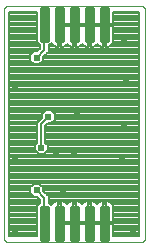
<source format=gbl>
G75*
%MOIN*%
%OFA0B0*%
%FSLAX25Y25*%
%IPPOS*%
%LPD*%
%AMOC8*
5,1,8,0,0,1.08239X$1,22.5*
%
%ADD10C,0.00000*%
%ADD11C,0.01575*%
%ADD12C,0.00787*%
%ADD13C,0.02381*%
D10*
X0002969Y0014780D02*
X0047063Y0014780D01*
X0047063Y0014779D02*
X0047140Y0014781D01*
X0047217Y0014787D01*
X0047294Y0014796D01*
X0047370Y0014809D01*
X0047446Y0014826D01*
X0047520Y0014847D01*
X0047594Y0014871D01*
X0047666Y0014899D01*
X0047736Y0014930D01*
X0047805Y0014965D01*
X0047873Y0015003D01*
X0047938Y0015044D01*
X0048001Y0015089D01*
X0048062Y0015137D01*
X0048121Y0015187D01*
X0048177Y0015240D01*
X0048230Y0015296D01*
X0048280Y0015355D01*
X0048328Y0015416D01*
X0048373Y0015479D01*
X0048414Y0015544D01*
X0048452Y0015612D01*
X0048487Y0015681D01*
X0048518Y0015751D01*
X0048546Y0015823D01*
X0048570Y0015897D01*
X0048591Y0015971D01*
X0048608Y0016047D01*
X0048621Y0016123D01*
X0048630Y0016200D01*
X0048636Y0016277D01*
X0048638Y0016354D01*
X0048638Y0091945D01*
X0048636Y0092022D01*
X0048630Y0092099D01*
X0048621Y0092176D01*
X0048608Y0092252D01*
X0048591Y0092328D01*
X0048570Y0092402D01*
X0048546Y0092476D01*
X0048518Y0092548D01*
X0048487Y0092618D01*
X0048452Y0092687D01*
X0048414Y0092755D01*
X0048373Y0092820D01*
X0048328Y0092883D01*
X0048280Y0092944D01*
X0048230Y0093003D01*
X0048177Y0093059D01*
X0048121Y0093112D01*
X0048062Y0093162D01*
X0048001Y0093210D01*
X0047938Y0093255D01*
X0047873Y0093296D01*
X0047805Y0093334D01*
X0047736Y0093369D01*
X0047666Y0093400D01*
X0047594Y0093428D01*
X0047520Y0093452D01*
X0047446Y0093473D01*
X0047370Y0093490D01*
X0047294Y0093503D01*
X0047217Y0093512D01*
X0047140Y0093518D01*
X0047063Y0093520D01*
X0002969Y0093520D01*
X0002892Y0093518D01*
X0002815Y0093512D01*
X0002738Y0093503D01*
X0002662Y0093490D01*
X0002586Y0093473D01*
X0002512Y0093452D01*
X0002438Y0093428D01*
X0002366Y0093400D01*
X0002296Y0093369D01*
X0002227Y0093334D01*
X0002159Y0093296D01*
X0002094Y0093255D01*
X0002031Y0093210D01*
X0001970Y0093162D01*
X0001911Y0093112D01*
X0001855Y0093059D01*
X0001802Y0093003D01*
X0001752Y0092944D01*
X0001704Y0092883D01*
X0001659Y0092820D01*
X0001618Y0092755D01*
X0001580Y0092687D01*
X0001545Y0092618D01*
X0001514Y0092548D01*
X0001486Y0092476D01*
X0001462Y0092402D01*
X0001441Y0092328D01*
X0001424Y0092252D01*
X0001411Y0092176D01*
X0001402Y0092099D01*
X0001396Y0092022D01*
X0001394Y0091945D01*
X0001394Y0016354D01*
X0001396Y0016277D01*
X0001402Y0016200D01*
X0001411Y0016123D01*
X0001424Y0016047D01*
X0001441Y0015971D01*
X0001462Y0015897D01*
X0001486Y0015823D01*
X0001514Y0015751D01*
X0001545Y0015681D01*
X0001580Y0015612D01*
X0001618Y0015544D01*
X0001659Y0015479D01*
X0001704Y0015416D01*
X0001752Y0015355D01*
X0001802Y0015296D01*
X0001855Y0015240D01*
X0001911Y0015187D01*
X0001970Y0015137D01*
X0002031Y0015089D01*
X0002094Y0015044D01*
X0002159Y0015003D01*
X0002227Y0014965D01*
X0002296Y0014930D01*
X0002366Y0014899D01*
X0002438Y0014871D01*
X0002512Y0014847D01*
X0002586Y0014826D01*
X0002662Y0014809D01*
X0002738Y0014796D01*
X0002815Y0014787D01*
X0002892Y0014781D01*
X0002969Y0014779D01*
D11*
X0014228Y0026197D02*
X0015804Y0026197D01*
X0015804Y0015961D01*
X0014228Y0015961D01*
X0014228Y0026197D01*
X0014228Y0017535D02*
X0015804Y0017535D01*
X0015804Y0019109D02*
X0014228Y0019109D01*
X0014228Y0020683D02*
X0015804Y0020683D01*
X0015804Y0022257D02*
X0014228Y0022257D01*
X0014228Y0023831D02*
X0015804Y0023831D01*
X0015804Y0025405D02*
X0014228Y0025405D01*
X0019228Y0026197D02*
X0020804Y0026197D01*
X0020804Y0015961D01*
X0019228Y0015961D01*
X0019228Y0026197D01*
X0019228Y0017535D02*
X0020804Y0017535D01*
X0020804Y0019109D02*
X0019228Y0019109D01*
X0019228Y0020683D02*
X0020804Y0020683D01*
X0020804Y0022257D02*
X0019228Y0022257D01*
X0019228Y0023831D02*
X0020804Y0023831D01*
X0020804Y0025405D02*
X0019228Y0025405D01*
X0024228Y0026197D02*
X0025804Y0026197D01*
X0025804Y0015961D01*
X0024228Y0015961D01*
X0024228Y0026197D01*
X0024228Y0017535D02*
X0025804Y0017535D01*
X0025804Y0019109D02*
X0024228Y0019109D01*
X0024228Y0020683D02*
X0025804Y0020683D01*
X0025804Y0022257D02*
X0024228Y0022257D01*
X0024228Y0023831D02*
X0025804Y0023831D01*
X0025804Y0025405D02*
X0024228Y0025405D01*
X0029228Y0026197D02*
X0030804Y0026197D01*
X0030804Y0015961D01*
X0029228Y0015961D01*
X0029228Y0026197D01*
X0029228Y0017535D02*
X0030804Y0017535D01*
X0030804Y0019109D02*
X0029228Y0019109D01*
X0029228Y0020683D02*
X0030804Y0020683D01*
X0030804Y0022257D02*
X0029228Y0022257D01*
X0029228Y0023831D02*
X0030804Y0023831D01*
X0030804Y0025405D02*
X0029228Y0025405D01*
X0034228Y0026197D02*
X0035804Y0026197D01*
X0035804Y0015961D01*
X0034228Y0015961D01*
X0034228Y0026197D01*
X0034228Y0017535D02*
X0035804Y0017535D01*
X0035804Y0019109D02*
X0034228Y0019109D01*
X0034228Y0020683D02*
X0035804Y0020683D01*
X0035804Y0022257D02*
X0034228Y0022257D01*
X0034228Y0023831D02*
X0035804Y0023831D01*
X0035804Y0025405D02*
X0034228Y0025405D01*
X0034228Y0092338D02*
X0035804Y0092338D01*
X0035804Y0082102D01*
X0034228Y0082102D01*
X0034228Y0092338D01*
X0034228Y0083676D02*
X0035804Y0083676D01*
X0035804Y0085250D02*
X0034228Y0085250D01*
X0034228Y0086824D02*
X0035804Y0086824D01*
X0035804Y0088398D02*
X0034228Y0088398D01*
X0034228Y0089972D02*
X0035804Y0089972D01*
X0035804Y0091546D02*
X0034228Y0091546D01*
X0030804Y0092338D02*
X0029228Y0092338D01*
X0030804Y0092338D02*
X0030804Y0082102D01*
X0029228Y0082102D01*
X0029228Y0092338D01*
X0029228Y0083676D02*
X0030804Y0083676D01*
X0030804Y0085250D02*
X0029228Y0085250D01*
X0029228Y0086824D02*
X0030804Y0086824D01*
X0030804Y0088398D02*
X0029228Y0088398D01*
X0029228Y0089972D02*
X0030804Y0089972D01*
X0030804Y0091546D02*
X0029228Y0091546D01*
X0025804Y0092338D02*
X0024228Y0092338D01*
X0025804Y0092338D02*
X0025804Y0082102D01*
X0024228Y0082102D01*
X0024228Y0092338D01*
X0024228Y0083676D02*
X0025804Y0083676D01*
X0025804Y0085250D02*
X0024228Y0085250D01*
X0024228Y0086824D02*
X0025804Y0086824D01*
X0025804Y0088398D02*
X0024228Y0088398D01*
X0024228Y0089972D02*
X0025804Y0089972D01*
X0025804Y0091546D02*
X0024228Y0091546D01*
X0020804Y0092338D02*
X0019228Y0092338D01*
X0020804Y0092338D02*
X0020804Y0082102D01*
X0019228Y0082102D01*
X0019228Y0092338D01*
X0019228Y0083676D02*
X0020804Y0083676D01*
X0020804Y0085250D02*
X0019228Y0085250D01*
X0019228Y0086824D02*
X0020804Y0086824D01*
X0020804Y0088398D02*
X0019228Y0088398D01*
X0019228Y0089972D02*
X0020804Y0089972D01*
X0020804Y0091546D02*
X0019228Y0091546D01*
X0015804Y0092338D02*
X0014228Y0092338D01*
X0015804Y0092338D02*
X0015804Y0082102D01*
X0014228Y0082102D01*
X0014228Y0092338D01*
X0014228Y0083676D02*
X0015804Y0083676D01*
X0015804Y0085250D02*
X0014228Y0085250D01*
X0014228Y0086824D02*
X0015804Y0086824D01*
X0015804Y0088398D02*
X0014228Y0088398D01*
X0014228Y0089972D02*
X0015804Y0089972D01*
X0015804Y0091546D02*
X0014228Y0091546D01*
D12*
X0015016Y0087220D02*
X0015016Y0078795D01*
X0012417Y0076197D01*
X0011030Y0074509D02*
X0003362Y0074509D01*
X0003362Y0075295D02*
X0010244Y0075295D01*
X0010243Y0075296D02*
X0011516Y0074022D01*
X0013318Y0074022D01*
X0014592Y0075296D01*
X0014592Y0076423D01*
X0015587Y0077417D01*
X0016394Y0078224D01*
X0016394Y0080331D01*
X0016537Y0080331D01*
X0017295Y0081089D01*
X0017483Y0080763D01*
X0017889Y0080357D01*
X0018386Y0080070D01*
X0018941Y0079921D01*
X0019622Y0079921D01*
X0019622Y0086827D01*
X0020409Y0086827D01*
X0020409Y0079921D01*
X0021090Y0079921D01*
X0021645Y0080070D01*
X0022142Y0080357D01*
X0022516Y0080730D01*
X0022889Y0080357D01*
X0023386Y0080070D01*
X0023941Y0079921D01*
X0024622Y0079921D01*
X0024622Y0086827D01*
X0022984Y0086827D01*
X0020409Y0086827D01*
X0020409Y0087614D01*
X0024622Y0087614D01*
X0024622Y0086827D01*
X0025409Y0086827D01*
X0025409Y0079921D01*
X0026090Y0079921D01*
X0026645Y0080070D01*
X0027142Y0080357D01*
X0027516Y0080730D01*
X0027889Y0080357D01*
X0028386Y0080070D01*
X0028941Y0079921D01*
X0029622Y0079921D01*
X0029622Y0086827D01*
X0027984Y0086827D01*
X0025409Y0086827D01*
X0025409Y0087614D01*
X0029622Y0087614D01*
X0029622Y0086827D01*
X0030409Y0086827D01*
X0030409Y0079921D01*
X0031090Y0079921D01*
X0031645Y0080070D01*
X0032142Y0080357D01*
X0032516Y0080730D01*
X0032889Y0080357D01*
X0033386Y0080070D01*
X0033941Y0079921D01*
X0034622Y0079921D01*
X0034622Y0086827D01*
X0032047Y0086827D01*
X0030409Y0086827D01*
X0030409Y0087614D01*
X0034622Y0087614D01*
X0034622Y0086827D01*
X0035409Y0086827D01*
X0035409Y0079921D01*
X0036090Y0079921D01*
X0036645Y0080070D01*
X0037142Y0080357D01*
X0037548Y0080763D01*
X0037836Y0081260D01*
X0037984Y0081815D01*
X0037984Y0086827D01*
X0035409Y0086827D01*
X0035409Y0087614D01*
X0037984Y0087614D01*
X0037984Y0091551D01*
X0046669Y0091551D01*
X0046669Y0016748D01*
X0037984Y0016748D01*
X0037984Y0020685D01*
X0035409Y0020685D01*
X0035409Y0021472D01*
X0034622Y0021472D01*
X0034622Y0020685D01*
X0032047Y0020685D01*
X0030409Y0020685D01*
X0030409Y0021472D01*
X0034622Y0021472D01*
X0034622Y0028378D01*
X0033941Y0028378D01*
X0033386Y0028229D01*
X0032889Y0027942D01*
X0032516Y0027569D01*
X0032142Y0027942D01*
X0031645Y0028229D01*
X0031090Y0028378D01*
X0030409Y0028378D01*
X0030409Y0021472D01*
X0029622Y0021472D01*
X0029622Y0020685D01*
X0027047Y0020685D01*
X0025409Y0020685D01*
X0025409Y0021472D01*
X0029622Y0021472D01*
X0029622Y0028378D01*
X0028941Y0028378D01*
X0028386Y0028229D01*
X0027889Y0027942D01*
X0027516Y0027569D01*
X0027142Y0027942D01*
X0026645Y0028229D01*
X0026090Y0028378D01*
X0025409Y0028378D01*
X0025409Y0021472D01*
X0024622Y0021472D01*
X0024622Y0020685D01*
X0022047Y0020685D01*
X0020409Y0020685D01*
X0020409Y0021472D01*
X0024622Y0021472D01*
X0024622Y0028378D01*
X0023941Y0028378D01*
X0023386Y0028229D01*
X0022889Y0027942D01*
X0022516Y0027569D01*
X0022142Y0027942D01*
X0021645Y0028229D01*
X0021090Y0028378D01*
X0020409Y0028378D01*
X0020409Y0021472D01*
X0019622Y0021472D01*
X0019622Y0028378D01*
X0018941Y0028378D01*
X0018386Y0028229D01*
X0017889Y0027942D01*
X0017483Y0027536D01*
X0017295Y0027210D01*
X0016537Y0027968D01*
X0016394Y0027968D01*
X0016394Y0030075D01*
X0014592Y0031876D01*
X0014592Y0033003D01*
X0013318Y0034277D01*
X0011516Y0034277D01*
X0010243Y0033003D01*
X0010243Y0031202D01*
X0011516Y0029928D01*
X0012643Y0029928D01*
X0013638Y0028933D01*
X0013638Y0027968D01*
X0013495Y0027968D01*
X0012457Y0026931D01*
X0012457Y0016748D01*
X0003362Y0016748D01*
X0003362Y0091551D01*
X0012457Y0091551D01*
X0012457Y0081369D01*
X0013495Y0080331D01*
X0013638Y0080331D01*
X0013638Y0079366D01*
X0012643Y0078372D01*
X0011516Y0078372D01*
X0010243Y0077098D01*
X0010243Y0075296D01*
X0010243Y0076081D02*
X0003362Y0076081D01*
X0003362Y0076867D02*
X0010243Y0076867D01*
X0010797Y0077653D02*
X0003362Y0077653D01*
X0003362Y0078438D02*
X0012710Y0078438D01*
X0013496Y0079224D02*
X0003362Y0079224D01*
X0003362Y0080010D02*
X0013638Y0080010D01*
X0013029Y0080796D02*
X0003362Y0080796D01*
X0003362Y0081582D02*
X0012457Y0081582D01*
X0012457Y0082368D02*
X0003362Y0082368D01*
X0003362Y0083154D02*
X0012457Y0083154D01*
X0012457Y0083940D02*
X0003362Y0083940D01*
X0003362Y0084726D02*
X0012457Y0084726D01*
X0012457Y0085512D02*
X0003362Y0085512D01*
X0003362Y0086298D02*
X0012457Y0086298D01*
X0012457Y0087084D02*
X0003362Y0087084D01*
X0003362Y0087869D02*
X0012457Y0087869D01*
X0012457Y0088655D02*
X0003362Y0088655D01*
X0003362Y0089441D02*
X0012457Y0089441D01*
X0012457Y0090227D02*
X0003362Y0090227D01*
X0003362Y0091013D02*
X0012457Y0091013D01*
X0017002Y0080796D02*
X0017464Y0080796D01*
X0016394Y0080010D02*
X0018609Y0080010D01*
X0019622Y0080010D02*
X0020409Y0080010D01*
X0020409Y0080796D02*
X0019622Y0080796D01*
X0019622Y0081582D02*
X0020409Y0081582D01*
X0020409Y0082368D02*
X0019622Y0082368D01*
X0019622Y0083154D02*
X0020409Y0083154D01*
X0020409Y0083940D02*
X0019622Y0083940D01*
X0019622Y0084726D02*
X0020409Y0084726D01*
X0020409Y0085512D02*
X0019622Y0085512D01*
X0019622Y0086298D02*
X0020409Y0086298D01*
X0020409Y0087084D02*
X0024622Y0087084D01*
X0024622Y0086298D02*
X0025409Y0086298D01*
X0025409Y0087084D02*
X0029622Y0087084D01*
X0029622Y0086298D02*
X0030409Y0086298D01*
X0030409Y0087084D02*
X0034622Y0087084D01*
X0034622Y0086298D02*
X0035409Y0086298D01*
X0035409Y0087084D02*
X0046669Y0087084D01*
X0046669Y0087869D02*
X0037984Y0087869D01*
X0037984Y0088655D02*
X0046669Y0088655D01*
X0046669Y0089441D02*
X0037984Y0089441D01*
X0037984Y0090227D02*
X0046669Y0090227D01*
X0046669Y0091013D02*
X0037984Y0091013D01*
X0037984Y0086298D02*
X0046669Y0086298D01*
X0046669Y0085512D02*
X0037984Y0085512D01*
X0037984Y0084726D02*
X0046669Y0084726D01*
X0046669Y0083940D02*
X0037984Y0083940D01*
X0037984Y0083154D02*
X0046669Y0083154D01*
X0046669Y0082368D02*
X0037984Y0082368D01*
X0037922Y0081582D02*
X0046669Y0081582D01*
X0046669Y0080796D02*
X0037568Y0080796D01*
X0036423Y0080010D02*
X0046669Y0080010D01*
X0046669Y0079224D02*
X0016394Y0079224D01*
X0016394Y0078438D02*
X0046669Y0078438D01*
X0046669Y0077653D02*
X0015822Y0077653D01*
X0015036Y0076867D02*
X0046669Y0076867D01*
X0046669Y0076081D02*
X0014592Y0076081D01*
X0014591Y0075295D02*
X0046669Y0075295D01*
X0046669Y0074509D02*
X0013805Y0074509D01*
X0015453Y0058687D02*
X0014180Y0057413D01*
X0014180Y0056286D01*
X0013421Y0055528D01*
X0012614Y0054720D01*
X0012614Y0047973D01*
X0011817Y0047176D01*
X0011817Y0045375D01*
X0013091Y0044101D01*
X0014893Y0044101D01*
X0016167Y0045375D01*
X0016167Y0047176D01*
X0015370Y0047973D01*
X0015370Y0053579D01*
X0016128Y0054337D01*
X0017255Y0054337D01*
X0018529Y0055611D01*
X0018529Y0057413D01*
X0017255Y0058687D01*
X0015453Y0058687D01*
X0014772Y0058005D02*
X0003362Y0058005D01*
X0003362Y0058791D02*
X0046669Y0058791D01*
X0046669Y0059577D02*
X0003362Y0059577D01*
X0003362Y0060362D02*
X0046669Y0060362D01*
X0046669Y0061148D02*
X0003362Y0061148D01*
X0003362Y0061934D02*
X0046669Y0061934D01*
X0046669Y0062720D02*
X0003362Y0062720D01*
X0003362Y0063506D02*
X0046669Y0063506D01*
X0046669Y0064292D02*
X0003362Y0064292D01*
X0003362Y0065078D02*
X0046669Y0065078D01*
X0046669Y0065864D02*
X0003362Y0065864D01*
X0003362Y0066650D02*
X0046669Y0066650D01*
X0046669Y0067436D02*
X0003362Y0067436D01*
X0003362Y0068222D02*
X0046669Y0068222D01*
X0046669Y0069008D02*
X0003362Y0069008D01*
X0003362Y0069793D02*
X0046669Y0069793D01*
X0046669Y0070579D02*
X0003362Y0070579D01*
X0003362Y0071365D02*
X0046669Y0071365D01*
X0046669Y0072151D02*
X0003362Y0072151D01*
X0003362Y0072937D02*
X0046669Y0072937D01*
X0046669Y0073723D02*
X0003362Y0073723D01*
X0003362Y0057219D02*
X0014180Y0057219D01*
X0014180Y0056433D02*
X0003362Y0056433D01*
X0003362Y0055647D02*
X0013541Y0055647D01*
X0013421Y0055528D02*
X0013421Y0055528D01*
X0012755Y0054861D02*
X0003362Y0054861D01*
X0003362Y0054075D02*
X0012614Y0054075D01*
X0012614Y0053289D02*
X0003362Y0053289D01*
X0003362Y0052503D02*
X0012614Y0052503D01*
X0012614Y0051717D02*
X0003362Y0051717D01*
X0003362Y0050932D02*
X0012614Y0050932D01*
X0012614Y0050146D02*
X0003362Y0050146D01*
X0003362Y0049360D02*
X0012614Y0049360D01*
X0012614Y0048574D02*
X0003362Y0048574D01*
X0003362Y0047788D02*
X0012429Y0047788D01*
X0011817Y0047002D02*
X0003362Y0047002D01*
X0003362Y0046216D02*
X0011817Y0046216D01*
X0011817Y0045430D02*
X0003362Y0045430D01*
X0003362Y0044644D02*
X0012548Y0044644D01*
X0013992Y0046276D02*
X0013992Y0054150D01*
X0016354Y0056512D01*
X0015866Y0054075D02*
X0046669Y0054075D01*
X0046669Y0053289D02*
X0015370Y0053289D01*
X0015370Y0052503D02*
X0046669Y0052503D01*
X0046669Y0051717D02*
X0015370Y0051717D01*
X0015370Y0050932D02*
X0046669Y0050932D01*
X0046669Y0050146D02*
X0015370Y0050146D01*
X0015370Y0049360D02*
X0046669Y0049360D01*
X0046669Y0048574D02*
X0015370Y0048574D01*
X0015555Y0047788D02*
X0046669Y0047788D01*
X0046669Y0047002D02*
X0016167Y0047002D01*
X0016167Y0046216D02*
X0046669Y0046216D01*
X0046669Y0045430D02*
X0016167Y0045430D01*
X0015436Y0044644D02*
X0046669Y0044644D01*
X0046669Y0043858D02*
X0003362Y0043858D01*
X0003362Y0043072D02*
X0046669Y0043072D01*
X0046669Y0042286D02*
X0003362Y0042286D01*
X0003362Y0041501D02*
X0046669Y0041501D01*
X0046669Y0040715D02*
X0003362Y0040715D01*
X0003362Y0039929D02*
X0046669Y0039929D01*
X0046669Y0039143D02*
X0003362Y0039143D01*
X0003362Y0038357D02*
X0046669Y0038357D01*
X0046669Y0037571D02*
X0003362Y0037571D01*
X0003362Y0036785D02*
X0046669Y0036785D01*
X0046669Y0035999D02*
X0003362Y0035999D01*
X0003362Y0035213D02*
X0046669Y0035213D01*
X0046669Y0034427D02*
X0003362Y0034427D01*
X0003362Y0033641D02*
X0010881Y0033641D01*
X0010243Y0032856D02*
X0003362Y0032856D01*
X0003362Y0032070D02*
X0010243Y0032070D01*
X0010243Y0031284D02*
X0003362Y0031284D01*
X0003362Y0030498D02*
X0010946Y0030498D01*
X0012417Y0032102D02*
X0015016Y0029504D01*
X0015016Y0021079D01*
X0017151Y0027354D02*
X0017378Y0027354D01*
X0018232Y0028140D02*
X0016394Y0028140D01*
X0016394Y0028926D02*
X0046669Y0028926D01*
X0046669Y0029712D02*
X0016394Y0029712D01*
X0015971Y0030498D02*
X0046669Y0030498D01*
X0046669Y0031284D02*
X0015185Y0031284D01*
X0014592Y0032070D02*
X0046669Y0032070D01*
X0046669Y0032856D02*
X0014592Y0032856D01*
X0013954Y0033641D02*
X0046669Y0033641D01*
X0046669Y0028140D02*
X0036800Y0028140D01*
X0036645Y0028229D02*
X0036090Y0028378D01*
X0035409Y0028378D01*
X0035409Y0021472D01*
X0037984Y0021472D01*
X0037984Y0026484D01*
X0037836Y0027039D01*
X0037548Y0027536D01*
X0037142Y0027942D01*
X0036645Y0028229D01*
X0037654Y0027354D02*
X0046669Y0027354D01*
X0046669Y0026568D02*
X0037962Y0026568D01*
X0037984Y0025782D02*
X0046669Y0025782D01*
X0046669Y0024996D02*
X0037984Y0024996D01*
X0037984Y0024210D02*
X0046669Y0024210D01*
X0046669Y0023425D02*
X0037984Y0023425D01*
X0037984Y0022639D02*
X0046669Y0022639D01*
X0046669Y0021853D02*
X0037984Y0021853D01*
X0037984Y0020281D02*
X0046669Y0020281D01*
X0046669Y0021067D02*
X0035409Y0021067D01*
X0035409Y0021853D02*
X0034622Y0021853D01*
X0034622Y0022639D02*
X0035409Y0022639D01*
X0035409Y0023425D02*
X0034622Y0023425D01*
X0034622Y0024210D02*
X0035409Y0024210D01*
X0035409Y0024996D02*
X0034622Y0024996D01*
X0034622Y0025782D02*
X0035409Y0025782D01*
X0035409Y0026568D02*
X0034622Y0026568D01*
X0034622Y0027354D02*
X0035409Y0027354D01*
X0035409Y0028140D02*
X0034622Y0028140D01*
X0033232Y0028140D02*
X0031800Y0028140D01*
X0030409Y0028140D02*
X0029622Y0028140D01*
X0029622Y0027354D02*
X0030409Y0027354D01*
X0030409Y0026568D02*
X0029622Y0026568D01*
X0029622Y0025782D02*
X0030409Y0025782D01*
X0030409Y0024996D02*
X0029622Y0024996D01*
X0029622Y0024210D02*
X0030409Y0024210D01*
X0030409Y0023425D02*
X0029622Y0023425D01*
X0029622Y0022639D02*
X0030409Y0022639D01*
X0030409Y0021853D02*
X0029622Y0021853D01*
X0029622Y0021067D02*
X0025409Y0021067D01*
X0025409Y0021853D02*
X0024622Y0021853D01*
X0024622Y0022639D02*
X0025409Y0022639D01*
X0025409Y0023425D02*
X0024622Y0023425D01*
X0024622Y0024210D02*
X0025409Y0024210D01*
X0025409Y0024996D02*
X0024622Y0024996D01*
X0024622Y0025782D02*
X0025409Y0025782D01*
X0025409Y0026568D02*
X0024622Y0026568D01*
X0024622Y0027354D02*
X0025409Y0027354D01*
X0025409Y0028140D02*
X0024622Y0028140D01*
X0023232Y0028140D02*
X0021800Y0028140D01*
X0020409Y0028140D02*
X0019622Y0028140D01*
X0019622Y0027354D02*
X0020409Y0027354D01*
X0020409Y0026568D02*
X0019622Y0026568D01*
X0019622Y0025782D02*
X0020409Y0025782D01*
X0020409Y0024996D02*
X0019622Y0024996D01*
X0019622Y0024210D02*
X0020409Y0024210D01*
X0020409Y0023425D02*
X0019622Y0023425D01*
X0019622Y0022639D02*
X0020409Y0022639D01*
X0020409Y0021853D02*
X0019622Y0021853D01*
X0020409Y0021067D02*
X0024622Y0021067D01*
X0026800Y0028140D02*
X0028232Y0028140D01*
X0030409Y0021067D02*
X0034622Y0021067D01*
X0037984Y0019495D02*
X0046669Y0019495D01*
X0046669Y0018709D02*
X0037984Y0018709D01*
X0037984Y0017923D02*
X0046669Y0017923D01*
X0046669Y0017137D02*
X0037984Y0017137D01*
X0046669Y0054861D02*
X0017779Y0054861D01*
X0018529Y0055647D02*
X0046669Y0055647D01*
X0046669Y0056433D02*
X0018529Y0056433D01*
X0018529Y0057219D02*
X0046669Y0057219D01*
X0046669Y0058005D02*
X0017937Y0058005D01*
X0021423Y0080010D02*
X0023609Y0080010D01*
X0024622Y0080010D02*
X0025409Y0080010D01*
X0025409Y0080796D02*
X0024622Y0080796D01*
X0024622Y0081582D02*
X0025409Y0081582D01*
X0025409Y0082368D02*
X0024622Y0082368D01*
X0024622Y0083154D02*
X0025409Y0083154D01*
X0025409Y0083940D02*
X0024622Y0083940D01*
X0024622Y0084726D02*
X0025409Y0084726D01*
X0025409Y0085512D02*
X0024622Y0085512D01*
X0026423Y0080010D02*
X0028609Y0080010D01*
X0029622Y0080010D02*
X0030409Y0080010D01*
X0030409Y0080796D02*
X0029622Y0080796D01*
X0029622Y0081582D02*
X0030409Y0081582D01*
X0030409Y0082368D02*
X0029622Y0082368D01*
X0029622Y0083154D02*
X0030409Y0083154D01*
X0030409Y0083940D02*
X0029622Y0083940D01*
X0029622Y0084726D02*
X0030409Y0084726D01*
X0030409Y0085512D02*
X0029622Y0085512D01*
X0031423Y0080010D02*
X0033609Y0080010D01*
X0034622Y0080010D02*
X0035409Y0080010D01*
X0035409Y0080796D02*
X0034622Y0080796D01*
X0034622Y0081582D02*
X0035409Y0081582D01*
X0035409Y0082368D02*
X0034622Y0082368D01*
X0034622Y0083154D02*
X0035409Y0083154D01*
X0035409Y0083940D02*
X0034622Y0083940D01*
X0034622Y0084726D02*
X0035409Y0084726D01*
X0035409Y0085512D02*
X0034622Y0085512D01*
X0012859Y0029712D02*
X0003362Y0029712D01*
X0003362Y0028926D02*
X0013638Y0028926D01*
X0013638Y0028140D02*
X0003362Y0028140D01*
X0003362Y0027354D02*
X0012880Y0027354D01*
X0012457Y0026568D02*
X0003362Y0026568D01*
X0003362Y0025782D02*
X0012457Y0025782D01*
X0012457Y0024996D02*
X0003362Y0024996D01*
X0003362Y0024210D02*
X0012457Y0024210D01*
X0012457Y0023425D02*
X0003362Y0023425D01*
X0003362Y0022639D02*
X0012457Y0022639D01*
X0012457Y0021853D02*
X0003362Y0021853D01*
X0003362Y0021067D02*
X0012457Y0021067D01*
X0012457Y0020281D02*
X0003362Y0020281D01*
X0003362Y0019495D02*
X0012457Y0019495D01*
X0012457Y0018709D02*
X0003362Y0018709D01*
X0003362Y0017923D02*
X0012457Y0017923D01*
X0012457Y0017137D02*
X0003362Y0017137D01*
D13*
X0005331Y0018717D03*
X0012417Y0032102D03*
X0013992Y0046276D03*
X0016354Y0056512D03*
X0018717Y0044701D03*
X0021079Y0031315D03*
X0025016Y0044701D03*
X0025803Y0058087D03*
X0025803Y0067535D03*
X0025803Y0078559D03*
X0012417Y0076197D03*
X0005331Y0066748D03*
X0005331Y0089583D03*
X0005331Y0043126D03*
X0028165Y0030528D03*
X0040764Y0043126D03*
X0041551Y0053362D03*
X0042339Y0068323D03*
X0041551Y0082496D03*
X0044701Y0089583D03*
X0044701Y0018717D03*
M02*

</source>
